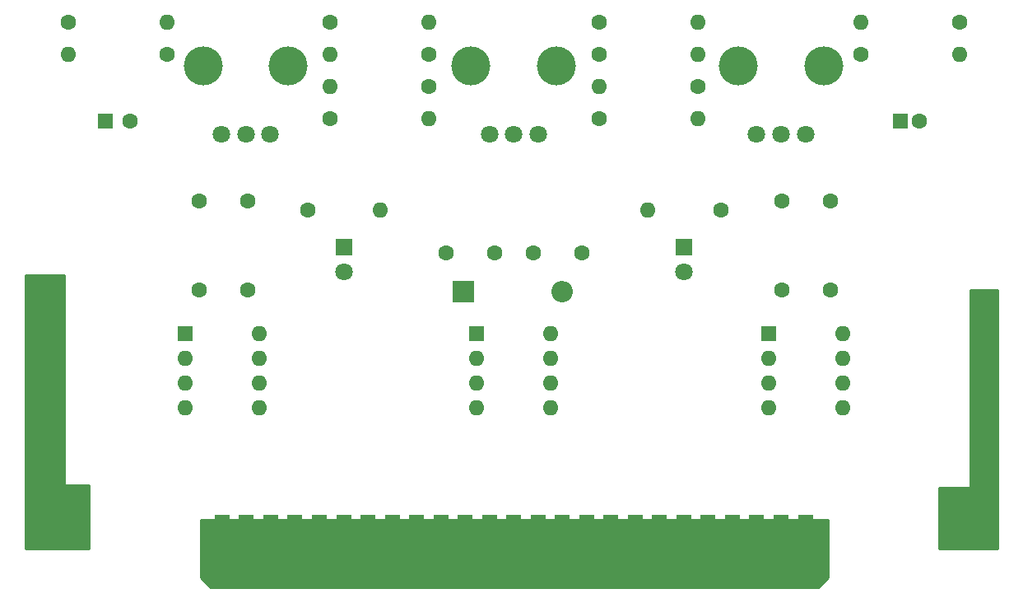
<source format=gbr>
G04 #@! TF.GenerationSoftware,KiCad,Pcbnew,(5.1.7)-1*
G04 #@! TF.CreationDate,2021-06-02T12:35:44-05:00*
G04 #@! TF.ProjectId,ConsolePedalPeach,436f6e73-6f6c-4655-9065-64616c506561,rev?*
G04 #@! TF.SameCoordinates,Original*
G04 #@! TF.FileFunction,Soldermask,Top*
G04 #@! TF.FilePolarity,Negative*
%FSLAX46Y46*%
G04 Gerber Fmt 4.6, Leading zero omitted, Abs format (unit mm)*
G04 Created by KiCad (PCBNEW (5.1.7)-1) date 2021-06-02 12:35:44*
%MOMM*%
%LPD*%
G01*
G04 APERTURE LIST*
%ADD10R,1.800000X1.800000*%
%ADD11C,1.800000*%
%ADD12R,1.500000X7.000000*%
%ADD13C,5.000000*%
%ADD14C,1.600000*%
%ADD15O,1.600000X1.600000*%
%ADD16R,1.600000X1.600000*%
%ADD17R,2.200000X2.200000*%
%ADD18O,2.200000X2.200000*%
%ADD19C,4.000000*%
%ADD20C,0.254000*%
%ADD21C,0.100000*%
G04 APERTURE END LIST*
D10*
G04 #@! TO.C,D2*
X115250000Y-95000000D03*
D11*
X115250000Y-97540000D03*
G04 #@! TD*
G04 #@! TO.C,D3*
X150250000Y-97540000D03*
D10*
X150250000Y-95000000D03*
G04 #@! TD*
D12*
G04 #@! TO.C,J1*
X102715000Y-126000000D03*
X105215000Y-126000000D03*
X107715000Y-126000000D03*
X110215000Y-126000000D03*
X112715000Y-126000000D03*
X115215000Y-126000000D03*
X117715000Y-126000000D03*
X120215000Y-126000000D03*
X122715000Y-126000000D03*
X125215000Y-126000000D03*
X127715000Y-126000000D03*
X130215000Y-126000000D03*
X132715000Y-126000000D03*
X135215000Y-126000000D03*
X137715000Y-126000000D03*
X140215000Y-126000000D03*
X142715000Y-126000000D03*
X145215000Y-126000000D03*
X147715000Y-126000000D03*
X150215000Y-126000000D03*
X152715000Y-126000000D03*
X155215000Y-126000000D03*
X157715000Y-126000000D03*
X160215000Y-126000000D03*
X162715000Y-126000000D03*
G04 #@! TD*
D13*
G04 #@! TO.C,H1*
X85350000Y-122600000D03*
G04 #@! TD*
G04 #@! TO.C,H2*
X180150000Y-122600000D03*
G04 #@! TD*
D14*
G04 #@! TO.C,R11*
X86868000Y-71882000D03*
D15*
X97028000Y-71882000D03*
G04 #@! TD*
D14*
G04 #@! TO.C,C1*
X160335000Y-99460000D03*
X165335000Y-99460000D03*
G04 #@! TD*
D15*
G04 #@! TO.C,C2*
X119000000Y-91186000D03*
D14*
X111500000Y-91186000D03*
G04 #@! TD*
G04 #@! TO.C,C3*
X134715000Y-95650000D03*
X139715000Y-95650000D03*
G04 #@! TD*
G04 #@! TO.C,C4*
X100335000Y-99460000D03*
X105335000Y-99460000D03*
G04 #@! TD*
G04 #@! TO.C,C5*
X154000000Y-91186000D03*
D15*
X146500000Y-91186000D03*
G04 #@! TD*
D14*
G04 #@! TO.C,C6*
X130715000Y-95650000D03*
X125715000Y-95650000D03*
G04 #@! TD*
G04 #@! TO.C,C7*
X105335000Y-90278000D03*
X100335000Y-90278000D03*
G04 #@! TD*
G04 #@! TO.C,C8*
X165335000Y-90278000D03*
X160335000Y-90278000D03*
G04 #@! TD*
D16*
G04 #@! TO.C,C9*
X90718000Y-82042000D03*
D14*
X93218000Y-82042000D03*
G04 #@! TD*
D16*
G04 #@! TO.C,C10*
X172466000Y-82042000D03*
D14*
X174466000Y-82042000D03*
G04 #@! TD*
D17*
G04 #@! TO.C,D1*
X127508000Y-99568000D03*
D18*
X137668000Y-99568000D03*
G04 #@! TD*
D14*
G04 #@! TO.C,R1*
X141478000Y-75184000D03*
D15*
X151638000Y-75184000D03*
G04 #@! TD*
D14*
G04 #@! TO.C,R2*
X141478000Y-71882000D03*
D15*
X151638000Y-71882000D03*
G04 #@! TD*
G04 #@! TO.C,R3*
X151638000Y-81788000D03*
D14*
X141478000Y-81788000D03*
G04 #@! TD*
G04 #@! TO.C,R4*
X151638000Y-78486000D03*
D15*
X141478000Y-78486000D03*
G04 #@! TD*
G04 #@! TO.C,R5*
X178562000Y-75184000D03*
D14*
X168402000Y-75184000D03*
G04 #@! TD*
G04 #@! TO.C,R6*
X97028000Y-75184000D03*
D15*
X86868000Y-75184000D03*
G04 #@! TD*
G04 #@! TO.C,R7*
X123952000Y-81788000D03*
D14*
X113792000Y-81788000D03*
G04 #@! TD*
G04 #@! TO.C,R8*
X123952000Y-78486000D03*
D15*
X113792000Y-78486000D03*
G04 #@! TD*
D14*
G04 #@! TO.C,R9*
X113792000Y-71882000D03*
D15*
X123952000Y-71882000D03*
G04 #@! TD*
G04 #@! TO.C,R10*
X113792000Y-75184000D03*
D14*
X123952000Y-75184000D03*
G04 #@! TD*
D15*
G04 #@! TO.C,RPD1*
X168402000Y-71882000D03*
D14*
X178562000Y-71882000D03*
G04 #@! TD*
D19*
G04 #@! TO.C,RV1*
X164615000Y-76439000D03*
X155815000Y-76439000D03*
D11*
X162715000Y-83439000D03*
X160215000Y-83439000D03*
X157715000Y-83439000D03*
G04 #@! TD*
G04 #@! TO.C,RV2*
X130215000Y-83439000D03*
X132715000Y-83439000D03*
X135215000Y-83439000D03*
D19*
X128315000Y-76439000D03*
X137115000Y-76439000D03*
G04 #@! TD*
D11*
G04 #@! TO.C,RV3*
X102639000Y-83439000D03*
X105139000Y-83439000D03*
X107639000Y-83439000D03*
D19*
X100739000Y-76439000D03*
X109539000Y-76439000D03*
G04 #@! TD*
D16*
G04 #@! TO.C,U1*
X98905000Y-103886000D03*
D15*
X106525000Y-111506000D03*
X98905000Y-106426000D03*
X106525000Y-108966000D03*
X98905000Y-108966000D03*
X106525000Y-106426000D03*
X98905000Y-111506000D03*
X106525000Y-103886000D03*
G04 #@! TD*
D16*
G04 #@! TO.C,U2*
X128905000Y-103886000D03*
D15*
X136525000Y-111506000D03*
X128905000Y-106426000D03*
X136525000Y-108966000D03*
X128905000Y-108966000D03*
X136525000Y-106426000D03*
X128905000Y-111506000D03*
X136525000Y-103886000D03*
G04 #@! TD*
G04 #@! TO.C,U3*
X166525000Y-103886000D03*
X158905000Y-111506000D03*
X166525000Y-106426000D03*
X158905000Y-108966000D03*
X166525000Y-108966000D03*
X158905000Y-106426000D03*
X166525000Y-111506000D03*
D16*
X158905000Y-103886000D03*
G04 #@! TD*
D20*
X165000000Y-129000000D02*
X164000000Y-130000000D01*
X101500000Y-130000000D01*
X100500000Y-129000000D01*
X100500000Y-123063000D01*
X165000000Y-123063000D01*
X165000000Y-129000000D01*
D21*
G36*
X165000000Y-129000000D02*
G01*
X164000000Y-130000000D01*
X101500000Y-130000000D01*
X100500000Y-129000000D01*
X100500000Y-123063000D01*
X165000000Y-123063000D01*
X165000000Y-129000000D01*
G37*
D20*
X86487000Y-119380000D02*
X86489440Y-119404776D01*
X86496667Y-119428601D01*
X86508403Y-119450557D01*
X86524197Y-119469803D01*
X86543443Y-119485597D01*
X86565399Y-119497333D01*
X86589224Y-119504560D01*
X86614000Y-119507000D01*
X89000000Y-119507000D01*
X89000000Y-126000000D01*
X82500000Y-126000000D01*
X82500000Y-97917000D01*
X86487000Y-97917000D01*
X86487000Y-119380000D01*
D21*
G36*
X86487000Y-119380000D02*
G01*
X86489440Y-119404776D01*
X86496667Y-119428601D01*
X86508403Y-119450557D01*
X86524197Y-119469803D01*
X86543443Y-119485597D01*
X86565399Y-119497333D01*
X86589224Y-119504560D01*
X86614000Y-119507000D01*
X89000000Y-119507000D01*
X89000000Y-126000000D01*
X82500000Y-126000000D01*
X82500000Y-97917000D01*
X86487000Y-97917000D01*
X86487000Y-119380000D01*
G37*
D20*
X182499000Y-126000000D02*
X176500000Y-126000000D01*
X176500000Y-119761000D01*
X179578000Y-119761000D01*
X179602776Y-119758560D01*
X179626601Y-119751333D01*
X179648557Y-119739597D01*
X179667803Y-119723803D01*
X179683597Y-119704557D01*
X179695333Y-119682601D01*
X179702560Y-119658776D01*
X179705000Y-119634000D01*
X179705000Y-99441000D01*
X182499000Y-99441000D01*
X182499000Y-126000000D01*
D21*
G36*
X182499000Y-126000000D02*
G01*
X176500000Y-126000000D01*
X176500000Y-119761000D01*
X179578000Y-119761000D01*
X179602776Y-119758560D01*
X179626601Y-119751333D01*
X179648557Y-119739597D01*
X179667803Y-119723803D01*
X179683597Y-119704557D01*
X179695333Y-119682601D01*
X179702560Y-119658776D01*
X179705000Y-119634000D01*
X179705000Y-99441000D01*
X182499000Y-99441000D01*
X182499000Y-126000000D01*
G37*
M02*

</source>
